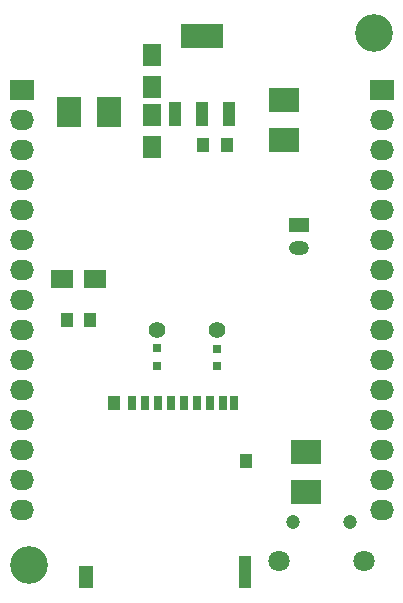
<source format=gbr>
G04 #@! TF.FileFunction,Soldermask,Bot*
%FSLAX46Y46*%
G04 Gerber Fmt 4.6, Leading zero omitted, Abs format (unit mm)*
G04 Created by KiCad (PCBNEW 4.0.4+e1-6308~48~ubuntu16.04.1-stable) date Thu Nov 24 17:46:36 2016*
%MOMM*%
%LPD*%
G01*
G04 APERTURE LIST*
%ADD10C,0.100000*%
%ADD11C,3.200000*%
%ADD12R,0.750000X0.800000*%
%ADD13R,1.950720X1.501140*%
%ADD14R,1.000000X1.250000*%
%ADD15R,1.501140X1.950720*%
%ADD16R,0.700000X1.200000*%
%ADD17R,1.000000X2.800000*%
%ADD18R,1.300000X1.900000*%
%ADD19R,1.100000X1.200000*%
%ADD20R,1.000000X1.200000*%
%ADD21R,2.500000X2.000000*%
%ADD22R,2.000000X2.500000*%
%ADD23R,2.032000X1.727200*%
%ADD24O,2.032000X1.727200*%
%ADD25C,1.800000*%
%ADD26C,1.200000*%
%ADD27R,1.700000X1.200000*%
%ADD28O,1.700000X1.200000*%
%ADD29R,3.657600X2.032000*%
%ADD30R,1.016000X2.032000*%
%ADD31C,1.422400*%
G04 APERTURE END LIST*
D10*
D11*
X149245000Y-103759000D03*
D12*
X130820000Y-130480000D03*
X130820000Y-131980000D03*
X135900000Y-130520000D03*
X135900000Y-132020000D03*
D13*
X125574140Y-124600000D03*
X122825860Y-124600000D03*
D14*
X134750000Y-113230000D03*
X136750000Y-113230000D03*
X125200000Y-128100000D03*
X123200000Y-128100000D03*
D15*
X130400000Y-110725860D03*
X130400000Y-113474140D03*
X130400000Y-108374140D03*
X130400000Y-105625860D03*
D16*
X135310000Y-135130000D03*
D17*
X138310000Y-149430000D03*
D18*
X124810000Y-149880000D03*
D16*
X136410000Y-135130000D03*
X134210000Y-135130000D03*
X133110000Y-135130000D03*
X132010000Y-135130000D03*
X130910000Y-135130000D03*
X129810000Y-135130000D03*
X128710000Y-135130000D03*
D19*
X127160000Y-135130000D03*
D16*
X137360000Y-135130000D03*
D20*
X138410000Y-140030000D03*
D21*
X141610000Y-112830000D03*
X141610000Y-109430000D03*
X143500000Y-142660000D03*
X143500000Y-139260000D03*
D22*
X123380000Y-110490000D03*
X126780000Y-110490000D03*
D23*
X119380000Y-108585000D03*
D24*
X119380000Y-111125000D03*
X119380000Y-113665000D03*
X119380000Y-116205000D03*
X119380000Y-118745000D03*
X119380000Y-121285000D03*
X119380000Y-123825000D03*
X119380000Y-126365000D03*
X119380000Y-128905000D03*
X119380000Y-131445000D03*
X119380000Y-133985000D03*
X119380000Y-136525000D03*
X119380000Y-139065000D03*
X119380000Y-141605000D03*
X119380000Y-144145000D03*
D25*
X148405000Y-148460000D03*
D26*
X147205000Y-145210000D03*
X142355000Y-145210000D03*
D25*
X141155000Y-148460000D03*
D23*
X149880000Y-108585000D03*
D24*
X149880000Y-111125000D03*
X149880000Y-113665000D03*
X149880000Y-116205000D03*
X149880000Y-118745000D03*
X149880000Y-121285000D03*
X149880000Y-123825000D03*
X149880000Y-126365000D03*
X149880000Y-128905000D03*
X149880000Y-131445000D03*
X149880000Y-133985000D03*
X149880000Y-136525000D03*
X149880000Y-139065000D03*
X149880000Y-141605000D03*
X149880000Y-144145000D03*
D27*
X142875000Y-120015000D03*
D28*
X142875000Y-122015000D03*
D29*
X134620000Y-104013000D03*
D30*
X134620000Y-110617000D03*
X132334000Y-110617000D03*
X136906000Y-110617000D03*
D31*
X130810000Y-128905000D03*
X135890000Y-128905000D03*
D11*
X120015000Y-148844000D03*
M02*

</source>
